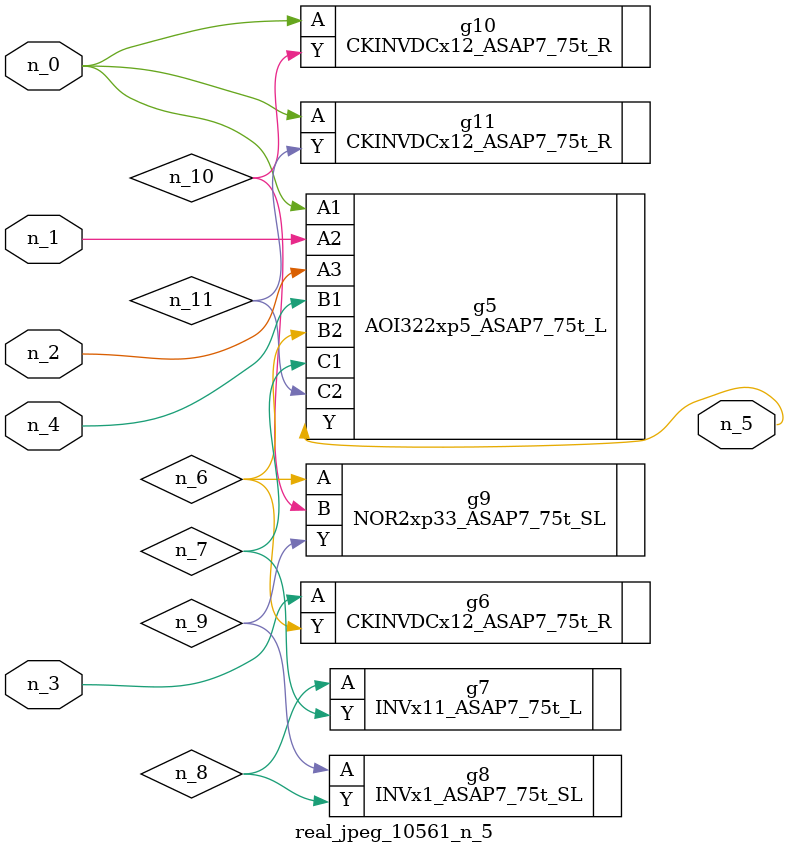
<source format=v>
module real_jpeg_10561_n_5 (n_4, n_0, n_1, n_2, n_3, n_5);

input n_4;
input n_0;
input n_1;
input n_2;
input n_3;

output n_5;

wire n_8;
wire n_11;
wire n_6;
wire n_7;
wire n_10;
wire n_9;

AOI322xp5_ASAP7_75t_L g5 ( 
.A1(n_0),
.A2(n_1),
.A3(n_2),
.B1(n_4),
.B2(n_6),
.C1(n_7),
.C2(n_11),
.Y(n_5)
);

CKINVDCx12_ASAP7_75t_R g10 ( 
.A(n_0),
.Y(n_10)
);

CKINVDCx12_ASAP7_75t_R g11 ( 
.A(n_0),
.Y(n_11)
);

CKINVDCx12_ASAP7_75t_R g6 ( 
.A(n_3),
.Y(n_6)
);

NOR2xp33_ASAP7_75t_SL g9 ( 
.A(n_6),
.B(n_10),
.Y(n_9)
);

INVx11_ASAP7_75t_L g7 ( 
.A(n_8),
.Y(n_7)
);

INVx1_ASAP7_75t_SL g8 ( 
.A(n_9),
.Y(n_8)
);


endmodule
</source>
